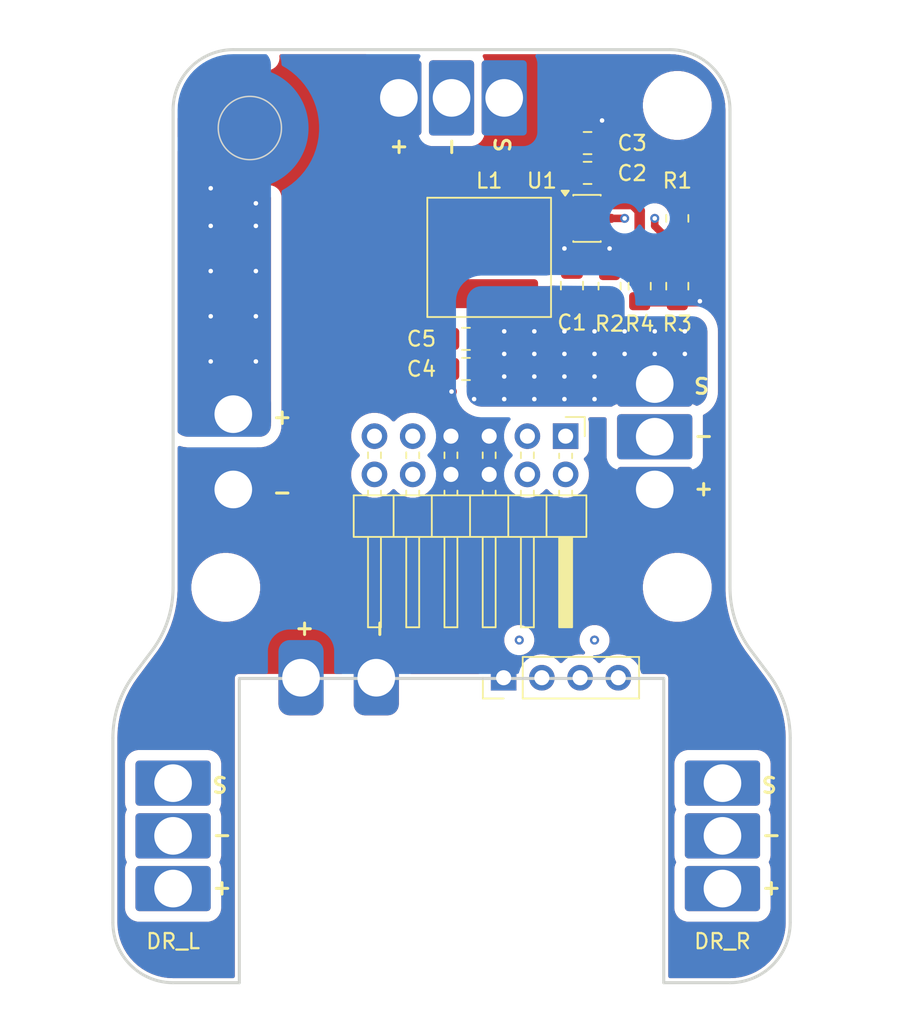
<source format=kicad_pcb>
(kicad_pcb (version 20241229) (generator "pcbnew") (generator_version "9.0")
  (layers (0 "F.Cu" signal) (4 "In1.Cu" signal) (6 "In2.Cu" signal) (2 "B.Cu" signal) (13 "F.Paste" user) (15 "B.Paste" user) (5 "F.SilkS" user "F.Silkscreen") (7 "B.SilkS" user "B.Silkscreen") (1 "F.Mask" user) (3 "B.Mask" user) (25 "Edge.Cuts" user))
  (net 0 "")
  (net 1 "Net-(U1-FB)")
  (net 2 "+6V")
  (net 3 "GND")
  (net 4 "+BATT_SW")
  (net 5 "/S2")
  (net 6 "+BATT")
  (net 7 "/S4")
  (net 8 "+5V")
  (net 9 "/S3")
  (net 10 "/S1")
  (net 11 "Net-(U1-SW)")
  (net 12 "Net-(U1-EN)")
  (footprint "Resistor_SMD:R_0805_2012Metric_Pad1.20x1.40mm_HandSolder" (layer "F.Cu") (at 158.5 63.5 -90)
    (property "Reference" "R3" (at 2.5 0 180) (layer "F.SilkS"))
    (property "Value" "12.1k" (hide yes))
    (fp_line (start -0.227064 0.735) (end 0.227064 0.735) (stroke (width 0.12)) (layer "F.SilkS"))
    (fp_line (start -0.227064 -0.735) (end 0.227064 -0.735) (stroke (width 0.12)) (layer "F.SilkS"))
    (pad "1" smd roundrect (at -1 0 270) (size 1.2 1.4) (layers "F.Cu" "F.Mask" "F.Paste") (roundrect_rratio 0.208333) (net 12 "Net-(U1-EN)"))
    (pad "2" smd roundrect (at 1 0 270) (size 1.2 1.4) (layers "F.Cu" "F.Mask" "F.Paste") (roundrect_rratio 0.208333) (net 3 "GND"))
  )
  (footprint "Connectors:MR30" (layer "F.Cu") (at 161.5 96.5)
    (property "Reference" "J9" (hide yes))
    (property "Value" "DR_R" (at 0 10.5 0) (layer "F.SilkS"))
    (fp_text user "S" (at 2.5 0.75 0) (layer "F.SilkS") (effects (font (thickness 0.2) (bold yes)) (justify left bottom)))
    (fp_text user "+" (at 2.5 7.5 0) (layer "F.SilkS") (effects (font (thickness 0.2) (bold yes)) (justify left bottom)))
    (fp_text user "-" (at 2.5 4 0) (layer "F.SilkS") (effects (font (thickness 0.2) (bold yes)) (justify left bottom)))
    (pad "1" thru_hole roundrect (at 0 0) (size 5 3) (drill 2.5) (layers "*.Cu" "*.Mask") (roundrect_rratio 0.08333333333))
    (pad "2" thru_hole roundrect (at 0 3.5) (size 5 3) (drill 2.5) (layers "*.Cu" "*.Mask") (roundrect_rratio 0.08333333333))
    (pad "3" thru_hole roundrect (at 0 7) (size 5 3) (drill 2.5) (layers "*.Cu" "*.Mask") (roundrect_rratio 0.08333333333))
  )
  (footprint "Connectors:MR30" (layer "F.Cu") (at 157 70)
    (property "Reference" "J7" (hide yes))
    (property "Value" "Servo")
    (fp_text user "-" (at 2.5 4 0) (layer "F.SilkS") (effects (font (thickness 0.2) (bold yes)) (justify left bottom)))
    (fp_text user "+" (at 2.5 7.5 0) (layer "F.SilkS") (effects (font (thickness 0.2) (bold yes)) (justify left bottom)))
    (fp_text user "S" (at 2.5 0.75 0) (layer "F.SilkS") (effects (font (thickness 0.2) (bold yes)) (justify left bottom)))
    (pad "1" thru_hole roundrect (at 0 0) (size 5 3) (drill 2.5) (layers "*.Cu" "*.Mask") (roundrect_rratio 0.08333333333) (net 2 "+6V"))
    (pad "2" thru_hole roundrect (at 0 3.5) (size 5 3) (drill 2.5) (layers "*.Cu" "*.Mask") (roundrect_rratio 0.08333333333) (net 10 "/S1"))
    (pad "3" thru_hole roundrect (at 0 7) (size 5 3) (drill 2.5) (layers "*.Cu" "*.Mask") (roundrect_rratio 0.08333333333) (net 3 "GND"))
  )
  (footprint "MountingHole:MountingHole_3.5mm" (layer "F.Cu") (at 158.5 83.5)
    (property "Reference" "H3" (hide yes))
    (property "Value" "MountingHole" (hide yes))
    (pad "" np_thru_hole circle (at 0 0) (size 3.5 3.5) (drill 3.5) (layers "*.Cu" "*.Mask"))
  )
  (footprint "MountingHole:MountingHole_3.5mm" (layer "F.Cu") (at 158.5 51.5)
    (property "Reference" "H1" (hide yes))
    (property "Value" "MountingHole" (hide yes))
    (pad "" np_thru_hole circle (at 0 0) (size 3.5 3.5) (drill 3.5) (layers "*.Cu" "*.Mask"))
  )
  (footprint "Capacitor_SMD:C_0805_2012Metric_Pad1.18x1.45mm_HandSolder" (layer "F.Cu") (at 152.5375 55.98)
    (property "Reference" "C2" (at 2.9625 0.02 0) (layer "F.SilkS"))
    (property "Value" "10uF" (hide yes))
    (fp_line (start -0.261252 -0.735) (end 0.261252 -0.735) (stroke (width 0.12)) (layer "F.SilkS"))
    (fp_line (start -0.261252 0.735) (end 0.261252 0.735) (stroke (width 0.12)) (layer "F.SilkS"))
    (pad "1" smd roundrect (at -1.0375 0) (size 1.175 1.45) (layers "F.Cu" "F.Mask" "F.Paste") (roundrect_rratio 0.212766) (net 4 "+BATT_SW"))
    (pad "2" smd roundrect (at 1.0375 0) (size 1.175 1.45) (layers "F.Cu" "F.Mask" "F.Paste") (roundrect_rratio 0.212766) (net 3 "GND"))
  )
  (footprint "Resistor_SMD:R_0805_2012Metric_Pad1.20x1.40mm_HandSolder" (layer "F.Cu") (at 158.5 59 -90)
    (property "Reference" "R1" (at -2.5 0 0) (layer "F.SilkS"))
    (property "Value" "100k" (hide yes))
    (fp_line (start -0.227064 0.735) (end 0.227064 0.735) (stroke (width 0.12)) (layer "F.SilkS"))
    (fp_line (start -0.227064 -0.735) (end 0.227064 -0.735) (stroke (width 0.12)) (layer "F.SilkS"))
    (pad "1" smd roundrect (at -1 0 270) (size 1.2 1.4) (layers "F.Cu" "F.Mask" "F.Paste") (roundrect_rratio 0.208333) (net 4 "+BATT_SW"))
    (pad "2" smd roundrect (at 1 0 270) (size 1.2 1.4) (layers "F.Cu" "F.Mask" "F.Paste") (roundrect_rratio 0.208333) (net 12 "Net-(U1-EN)"))
  )
  (footprint "Capacitor_SMD:C_0805_2012Metric_Pad1.18x1.45mm_HandSolder" (layer "F.Cu") (at 144.4625 67 180)
    (property "Reference" "C5" (at 2.9625 0 0) (layer "F.SilkS"))
    (property "Value" "100nF" (hide yes))
    (fp_line (start -0.261252 0.735) (end 0.261252 0.735) (stroke (width 0.12)) (layer "F.SilkS"))
    (fp_line (start -0.261252 -0.735) (end 0.261252 -0.735) (stroke (width 0.12)) (layer "F.SilkS"))
    (pad "1" smd roundrect (at -1.0375 0 180) (size 1.175 1.45) (layers "F.Cu" "F.Mask" "F.Paste") (roundrect_rratio 0.212766) (net 2 "+6V"))
    (pad "2" smd roundrect (at 1.0375 0 180) (size 1.175 1.45) (layers "F.Cu" "F.Mask" "F.Paste") (roundrect_rratio 0.212766) (net 3 "GND"))
  )
  (footprint "Package_TO_SOT_SMD:SOT-23-6" (layer "F.Cu") (at 152.5 59)
    (property "Reference" "U1" (at -3 -2.5 0) (layer "F.SilkS"))
    (property "Value" "~" (hide yes))
    (fp_line (start -0.91 -1.56) (end 0.91 -1.56) (stroke (width 0.12)) (layer "F.SilkS"))
    (fp_line (start -0.91 -1.51) (end -0.91 -1.56) (stroke (width 0.12)) (layer "F.SilkS"))
    (fp_line (start -0.91 1.56) (end -0.91 1.51) (stroke (width 0.12)) (layer "F.SilkS"))
    (fp_line (start 0.91 -1.56) (end 0.91 -1.51) (stroke (width 0.12)) (layer "F.SilkS"))
    (fp_line (start 0.91 1.51) (end 0.91 1.56) (stroke (width 0.12)) (layer "F.SilkS"))
    (fp_line (start 0.91 1.56) (end -0.91 1.56) (stroke (width 0.12)) (layer "F.SilkS"))
    (fp_poly (pts (xy -1.45 -1.51) (xy -1.69 -1.84) (xy -1.21 -1.84)) (stroke (width 0.12)) (fill yes) (layer "F.SilkS"))
    (pad "1" smd roundrect (at -1.1375 -0.95) (size 1.325 0.6) (layers "F.Cu" "F.Mask" "F.Paste") (net 4 "+BATT_SW"))
    (pad "2" smd roundrect (at -1.1375 0) (size 1.325 0.6) (layers "F.Cu" "F.Mask" "F.Paste") (net 11 "Net-(U1-SW)"))
    (pad "3" smd roundrect (at -1.1375 0.95) (size 1.325 0.6) (layers "F.Cu" "F.Mask" "F.Paste") (net 3 "GND"))
    (pad "4" smd roundrect (at 1.1375 0.95) (size 1.325 0.6) (layers "F.Cu" "F.Mask" "F.Paste") (net 3 "GND"))
    (pad "5" smd roundrect (at 1.1375 0) (size 1.325 0.6) (layers "F.Cu" "F.Mask" "F.Paste") (net 12 "Net-(U1-EN)"))
    (pad "6" smd roundrect (at 1.1375 -0.95) (size 1.325 0.6) (layers "F.Cu" "F.Mask" "F.Paste") (net 1 "Net-(U1-FB)"))
  )
  (footprint "Connector_PinHeader_2.54mm:PinHeader_2x06_P2.54mm_Horizontal" (layer "F.Cu") (at 151.08 73.46 -90)
    (property "Reference" "J5" (hide yes))
    (property "Value" "Recv")
    (fp_line (start 3.93 14.08) (end 6.69 14.08) (stroke (width 0.12)) (layer "F.SilkS"))
    (fp_line (start 6.69 14.08) (end 6.69 -1.38) (stroke (width 0.12)) (layer "F.SilkS"))
    (fp_line (start 1.077358 13.13) (end 1.462642 13.13) (stroke (width 0.12)) (layer "F.SilkS"))
    (fp_line (start 3.617358 13.13) (end 3.93 13.13) (stroke (width 0.12)) (layer "F.SilkS"))
    (fp_line (start 12.69 13.13) (end 6.69 13.13) (stroke (width 0.12)) (layer "F.SilkS"))
    (fp_line (start 1.077358 12.27) (end 1.462642 12.27) (stroke (width 0.12)) (layer "F.SilkS"))
    (fp_line (start 3.617358 12.27) (end 3.93 12.27) (stroke (width 0.12)) (layer "F.SilkS"))
    (fp_line (start 6.69 12.27) (end 12.69 12.27) (stroke (width 0.12)) (layer "F.SilkS"))
    (fp_line (start 12.69 12.27) (end 12.69 13.13) (stroke (width 0.12)) (layer "F.SilkS"))
    (fp_line (start 3.93 11.43) (end 6.69 11.43) (stroke (width 0.12)) (layer "F.SilkS"))
    (fp_line (start 1.077358 10.59) (end 1.462642 10.59) (stroke (width 0.12)) (layer "F.SilkS"))
    (fp_line (start 3.617358 10.59) (end 3.93 10.59) (stroke (width 0.12)) (layer "F.SilkS"))
    (fp_line (start 12.69 10.59) (end 6.69 10.59) (stroke (width 0.12)) (layer "F.SilkS"))
    (fp_line (start 1.077358 9.73) (end 1.462642 9.73) (stroke (width 0.12)) (layer "F.SilkS"))
    (fp_line (start 3.617358 9.73) (end 3.93 9.73) (stroke (width 0.12)) (layer "F.SilkS"))
    (fp_line (start 6.69 9.73) (end 12.69 9.73) (stroke (width 0.12)) (layer "F.SilkS"))
    (fp_line (start 12.69 9.73) (end 12.69 10.59) (stroke (width 0.12)) (layer "F.SilkS"))
    (fp_line (start 3.93 8.89) (end 6.69 8.89) (stroke (width 0.12)) (layer "F.SilkS"))
    (fp_line (start 1.077358 8.05) (end 1.462642 8.05) (stroke (width 0.12)) (layer "F.SilkS"))
    (fp_line (start 3.617358 8.05) (end 3.93 8.05) (stroke (width 0.12)) (layer "F.SilkS"))
    (fp_line (start 12.69 8.05) (end 6.69 8.05) (stroke (width 0.12)) (layer "F.SilkS"))
    (fp_line (start 1.077358 7.19) (end 1.462642 7.19) (stroke (width 0.12)) (layer "F.SilkS"))
    (fp_line (start 3.617358 7.19) (end 3.93 7.19) (stroke (width 0.12)) (layer "F.SilkS"))
    (fp_line (start 6.69 7.19) (end 12.69 7.19) (stroke (width 0.12)) (layer "F.SilkS"))
    (fp_line (start 12.69 7.19) (end 12.69 8.05) (stroke (width 0.12)) (layer "F.SilkS"))
    (fp_line (start 3.93 6.35) (end 6.69 6.35) (stroke (width 0.12)) (layer "F.SilkS"))
    (fp_line (start 1.077358 5.51) (end 1.462642 5.51) (stroke (width 0.12)) (layer "F.SilkS"))
    (fp_line (start 3.617358 5.51) (end 3.93 5.51) (stroke (width 0.12)) (layer "F.SilkS"))
    (fp_line (start 12.69 5.51) (end 6.69 5.51) (stroke (width 0.12)) (layer "F.SilkS"))
    (fp_line (start 1.077358 4.65) (end 1.462642 4.65) (stroke (width 0.12)) (layer "F.SilkS"))
    (fp_line (start 3.617358 4.65) (end 3.93 4.65) (stroke (width 0.12)) (layer "F.SilkS"))
    (fp_line (start 6.69 4.65) (end 12.69 4.65) (stroke (width 0.12)) (layer "F.SilkS"))
    (fp_line (start 12.69 4.65) (end 12.69 5.51) (stroke (width 0.12)) (layer "F.SilkS"))
    (fp_line (start 3.93 3.81) (end 6.69 3.81) (stroke (width 0.12)) (layer "F.SilkS"))
    (fp_line (start 1.077358 2.97) (end 1.462642 2.97) (stroke (width 0.12)) (layer "F.SilkS"))
    (fp_line (start 3.617358 2.97) (end 3.93 2.97) (stroke (width 0.12)) (layer "F.SilkS"))
    (fp_line (start 12.69 2.97) (end 6.69 2.97) (stroke (width 0.12)) (layer "F.SilkS"))
    (fp_line (start 1.077358 2.11) (end 1.462642 2.11) (stroke (width 0.12)) (layer "F.SilkS"))
    (fp_line (start 3.617358 2.11) (end 3.93 2.11) (stroke (width 0.12)) (layer "F.SilkS"))
    (fp_line (start 6.69 2.11) (end 12.69 2.11) (stroke (width 0.12)) (layer "F.SilkS"))
    (fp_line (start 12.69 2.11) (end 12.69 2.97) (stroke (width 0.12)) (layer "F.SilkS"))
    (fp_line (start 3.93 1.27) (end 6.69 1.27) (stroke (width 0.12)) (layer "F.SilkS"))
    (fp_line (start 1.16 0.43) (end 1.462642 0.43) (stroke (width 0.12)) (layer "F.SilkS"))
    (fp_line (start 3.617358 0.43) (end 3.93 0.43) (stroke (width 0.12)) (layer "F.SilkS"))
    (fp_line (start -1.27 0) (end -1.27 -1.27) (stroke (width 0.12)) (layer "F.SilkS"))
    (fp_line (start 1.16 -0.43) (end 1.462642 -0.43) (stroke (width 0.12)) (layer "F.SilkS"))
    (fp_line (start 3.617358 -0.43) (end 3.93 -0.43) (stroke (width 0.12)) (layer "F.SilkS"))
    (fp_line (start -1.27 -1.27) (end 0 -1.27) (stroke (width 0.12)) (layer "F.SilkS"))
    (fp_line (start 3.93 -1.38) (end 3.93 14.08) (stroke (width 0.12)) (layer "F.SilkS"))
    (fp_line (start 6.69 -1.38) (end 3.93 -1.38) (stroke (width 0.12)) (layer "F.SilkS"))
    (fp_rect (start 6.69 -0.43) (end 12.69 0.43) (stroke (width 0.12)) (fill yes) (layer "F.SilkS"))
    (pad "1" thru_hole rect (at 0 0 270) (size 1.7 1.7) (drill 1) (layers "*.Cu" "*.Mask") (net 10 "/S1"))
    (pad "2" thru_hole circle (at 0 2.54 270) (size 1.7 1.7) (drill 1) (layers "*.Cu" "*.Mask") (net 8 "+5V"))
    (pad "3" thru_hole circle (at 0 5.08 270) (size 1.7 1.7) (drill 1) (layers "*.Cu" "*.Mask") (net 3 "GND"))
    (pad "4" thru_hole circle (at 0 7.62 270) (size 1.7 1.7) (drill 1) (layers "*.Cu" "*.Mask") (net 3 "GND"))
    (pad "5" thru_hole circle (at 0 10.16 270) (size 1.7 1.7) (drill 1) (layers "*.Cu" "*.Mask") (net 8 "+5V"))
    (pad "6" thru_hole circle (at 0 12.7 270) (size 1.7 1.7) (drill 1) (layers "*.Cu" "*.Mask") (net 5 "/S2"))
    (pad "7" thru_hole circle (at 2.54 0 270) (size 1.7 1.7) (drill 1) (layers "*.Cu" "*.Mask") (net 9 "/S3"))
    (pad "8" thru_hole circle (at 2.54 2.54 270) (size 1.7 1.7) (drill 1) (layers "*.Cu" "*.Mask") (net 8 "+5V"))
    (pad "9" thru_hole circle (at 2.54 5.08 270) (size 1.7 1.7) (drill 1) (layers "*.Cu" "*.Mask") (net 3 "GND"))
    (pad "10" thru_hole circle (at 2.54 7.62 270) (size 1.7 1.7) (drill 1) (layers "*.Cu" "*.Mask") (net 3 "GND"))
    (pad "11" thru_hole circle (at 2.54 10.16 270) (size 1.7 1.7) (drill 1) (layers "*.Cu" "*.Mask") (net 8 "+5V"))
    (pad "12" thru_hole circle (at 2.54 12.7 270) (size 1.7 1.7) (drill 1) (layers "*.Cu" "*.Mask") (net 7 "/S4"))
  )
  (footprint "Connectors:MR30" (layer "F.Cu") (at 125 96.5)
    (property "Reference" "J8" (hide yes))
    (property "Value" "DR_L" (at 0 10.5 0) (layer "F.SilkS"))
    (fp_text user "+" (at 2.5 7.5 0) (layer "F.SilkS") (effects (font (thickness 0.2) (bold yes)) (justify left bottom)))
    (fp_text user "S" (at 2.5 0.75 0) (layer "F.SilkS") (effects (font (thickness 0.2) (bold yes)) (justify left bottom)))
    (fp_text user "-" (at 2.5 4 0) (layer "F.SilkS") (effects (font (thickness 0.2) (bold yes)) (justify left bottom)))
    (pad "1" thru_hole roundrect (at 0 0) (size 5 3) (drill 2.5) (layers "*.Cu" "*.Mask") (roundrect_rratio 0.08333333333))
    (pad "2" thru_hole roundrect (at 0 3.5) (size 5 3) (drill 2.5) (layers "*.Cu" "*.Mask") (roundrect_rratio 0.08333333333))
    (pad "3" thru_hole roundrect (at 0 7) (size 5 3) (drill 2.5) (layers "*.Cu" "*.Mask") (roundrect_rratio 0.08333333333))
  )
  (footprint "Capacitor_SMD:C_0805_2012Metric_Pad1.18x1.45mm_HandSolder" (layer "F.Cu") (at 151.5 63.4625 90)
    (property "Reference" "C1" (at -2.4625 0 0) (layer "F.SilkS"))
    (property "Value" "33pF" (hide yes))
    (fp_line (start -0.261252 -0.735) (end 0.261252 -0.735) (stroke (width 0.12)) (layer "F.SilkS"))
    (fp_line (start -0.261252 0.735) (end 0.261252 0.735) (stroke (width 0.12)) (layer "F.SilkS"))
    (pad "1" smd roundrect (at -1.0375 0 90) (size 1.175 1.45) (layers "F.Cu" "F.Mask" "F.Paste") (roundrect_rratio 0.212766) (net 2 "+6V"))
    (pad "2" smd roundrect (at 1.0375 0 90) (size 1.175 1.45) (layers "F.Cu" "F.Mask" "F.Paste") (roundrect_rratio 0.212766) (net 1 "Net-(U1-FB)"))
  )
  (footprint "Connectors:XT30" (layer "F.Cu") (at 133.5 89.5 90)
    (property "Reference" "J6" (hide yes))
    (property "Value" "Drive_pwr")
    (fp_text user "-" (at 2.5 5.75 90) (layer "F.SilkS") (effects (font (thickness 0.2) (bold yes)) (justify left bottom)))
    (fp_text user "+" (at 2.5 0.75 90) (layer "F.SilkS") (effects (font (thickness 0.2) (bold yes)) (justify left bottom)))
    (pad "1" thru_hole roundrect (at 0 0 90) (size 5 3) (drill 2.5) (layers "*.Cu" "*.Mask") (net 4 "+BATT_SW"))
    (pad "2" thru_hole roundrect (at 0 5 90) (size 5 3) (drill 2.5) (layers "*.Cu" "*.Mask") (net 3 "GND"))
  )
  (footprint "Connectors:XT30" (layer "F.Cu") (at 129 72)
    (property "Reference" "J2" (hide yes))
    (property "Value" "Batt")
    (fp_text user "+" (at 2.5 0.75 0) (layer "F.SilkS") (effects (font (thickness 0.2) (bold yes)) (justify left bottom)))
    (fp_text user "-" (at 2.5 5.75 0) (layer "F.SilkS") (effects (font (thickness 0.2) (bold yes)) (justify left bottom)))
    (pad "1" thru_hole roundrect (at 0 0) (size 5 3) (drill 2.5) (layers "*.Cu" "*.Mask") (net 6 "+BATT"))
    (pad "2" thru_hole roundrect (at 0 5) (size 5 3) (drill 2.5) (layers "*.Cu" "*.Mask") (net 3 "GND"))
  )
  (footprint "Capacitor_SMD:C_0805_2012Metric_Pad1.18x1.45mm_HandSolder" (layer "F.Cu") (at 152.5375 54)
    (property "Reference" "C3" (at 2.9625 0 0) (layer "F.SilkS"))
    (property "Value" "100nF" (hide yes))
    (fp_line (start -0.261252 -0.735) (end 0.261252 -0.735) (stroke (width 0.12)) (layer "F.SilkS"))
    (fp_line (start -0.261252 0.735) (end 0.261252 0.735) (stroke (width 0.12)) (layer "F.SilkS"))
    (pad "1" smd roundrect (at -1.0375 0) (size 1.175 1.45) (layers "F.Cu" "F.Mask" "F.Paste") (roundrect_rratio 0.212766) (net 4 "+BATT_SW"))
    (pad "2" smd roundrect (at 1.0375 0) (size 1.175 1.45) (layers "F.Cu" "F.Mask" "F.Paste") (roundrect_rratio 0.212766) (net 3 "GND"))
  )
  (footprint "MountingHole:MountingHole_3.5mm" (layer "F.Cu") (at 128.5 83.5)
    (property "Reference" "H4" (hide yes))
    (property "Value" "MountingHole" (hide yes))
    (pad "" np_thru_hole circle (at 0 0) (size 3.5 3.5) (drill 3.5) (layers "*.Cu" "*.Mask"))
  )
  (footprint "Capacitor_SMD:C_0805_2012Metric_Pad1.18x1.45mm_HandSolder" (layer "F.Cu") (at 144.4625 69 180)
    (property "Reference" "C4" (at 2.9625 0 0) (layer "F.SilkS"))
    (property "Value" "47uF" (hide yes))
    (fp_line (start -0.261252 0.735) (end 0.261252 0.735) (stroke (width 0.12)) (layer "F.SilkS"))
    (fp_line (start -0.261252 -0.735) (end 0.261252 -0.735) (stroke (width 0.12)) (layer "F.SilkS"))
    (pad "1" smd roundrect (at -1.0375 0 180) (size 1.175 1.45) (layers "F.Cu" "F.Mask" "F.Paste") (roundrect_rratio 0.212766) (net 2 "+6V"))
    (pad "2" smd roundrect (at 1.0375 0 180) (size 1.175 1.45) (layers "F.Cu" "F.Mask" "F.Paste") (roundrect_rratio 0.212766) (net 3 "GND"))
  )
  (footprint "Inductor_SMD:L_Coilcraft_XAL7070-XXX" (layer "F.Cu") (at 146 61.59 -90)
    (property "Reference" "L1" (at -5.09 0 180) (layer "F.SilkS"))
    (property "Value" "3.3uH" (hide yes))
    (fp_line (start -3.96 4.11) (end -3.96 -4.11) (stroke (width 0.12)) (layer "F.SilkS"))
    (fp_line (start 3.96 4.11) (end -3.96 4.11) (stroke (width 0.12)) (layer "F.SilkS"))
    (fp_line (start -3.96 -4.11) (end 3.96 -4.11) (stroke (width 0.12)) (layer "F.SilkS"))
    (fp_line (start 3.96 -4.11) (end 3.96 4.11) (stroke (width 0.12)) (layer "F.SilkS"))
    (pad "1" smd roundrect (at -2.41 0 270) (size 1.92 6.5) (layers "F.Cu" "F.Mask" "F.Paste") (roundrect_rratio 0.130208) (net 11 "Net-(U1-SW)"))
    (pad "2" smd roundrect (at 2.41 0 270) (size 1.92 6.5) (layers "F.Cu" "F.Mask" "F.Paste") (roundrect_rratio 0.130208) (net 2 "+6V"))
  )
  (footprint "Connector_PinHeader_2.54mm:PinHeader_1x04_P2.54mm_Vertical" (layer "F.Cu") (at 146.96 89.5 90)
    (property "Reference" "J4" (hide yes))
    (property "Value" "Drive_Sig/5v")
    (fp_line (start -1.38 -1.38) (end 0 -1.38) (stroke (width 0.12)) (layer "F.SilkS"))
    (fp_line (start -1.38 0) (end -1.38 -1.38) (stroke (width 0.12)) (layer "F.SilkS"))
    (fp_line (start 1.38 1.27) (end 1.38 9) (stroke (width 0.12)) (layer "F.SilkS"))
    (fp_line (start -1.38 1.27) (end 1.38 1.27) (stroke (width 0.12)) (layer "F.SilkS"))
    (fp_line (start -1.38 1.27) (end -1.38 9) (stroke (width 0.12)) (layer "F.SilkS"))
    (fp_line (start -1.38 9) (end 1.38 9) (stroke (width 0.12)) (layer "F.SilkS"))
    (pad "1" thru_hole rect (at 0 0 90) (size 1.7 1.7) (drill 1) (layers "*.Cu" "*.Mask") (net 3 "GND"))
    (pad "2" thru_hole circle (at 0 2.54 90) (size 1.7 1.7) (drill 1) (layers "*.Cu" "*.Mask") (net 8 "+5V"))
    (pad "3" thru_hole circle (at 0 5.08 90) (size 1.7 1.7) (drill 1) (layers "*.Cu" "*.Mask") (net 9 "/S3"))
    (pad "4" thru_hole circle (at 0 7.62 90) (size 1.7 1.7) (drill 1) (layers "*.Cu" "*.Mask") (net 7 "/S4"))
  )
  (footprint "Project:SMD_SW" (layer "F.Cu") (at 130 53)
    (property "Reference" "J3" (hide yes))
    (property "Value" "SW")
    (fp_circle (center 0.1 0) (end 2.2 0) (stroke (width 0.1)) (fill no) (layer "Edge.Cuts"))
    (pad "1" smd circle (at 0 0) (size 8 8) (layers "B.Cu" "B.Mask" "B.Paste") (net 6 "+BATT"))
    (pad "2" smd circle (at 0 0) (size 8 8) (layers "F.Cu" "F.Mask" "F.Paste") (net 4 "+BATT_SW"))
  )
  (footprint "Resistor_SMD:R_0805_2012Metric_Pad1.20x1.40mm_HandSolder" (layer "F.Cu") (at 154 63.5 90)
    (property "Reference" "R2" (at -2.5 0 0) (layer "F.SilkS"))
    (property "Value" "270k" (hide yes))
    (fp_line (start -0.227064 -0.735) (end 0.227064 -0.735) (stroke (width 0.12)) (layer "F.SilkS"))
    (fp_line (start -0.227064 0.735) (end 0.227064 0.735) (stroke (width 0.12)) (layer "F.SilkS"))
    (pad "1" smd roundrect (at -1 0 90) (size 1.2 1.4) (layers "F.Cu" "F.Mask" "F.Paste") (roundrect_rratio 0.208333) (net 2 "+6V"))
    (pad "2" smd roundrect (at 1 0 90) (size 1.2 1.4) (layers "F.Cu" "F.Mask" "F.Paste") (roundrect_rratio 0.208333) (net 1 "Net-(U1-FB)"))
  )
  (footprint "Resistor_SMD:R_0805_2012Metric_Pad1.20x1.40mm_HandSolder" (layer "F.Cu") (at 156 63.5 -90)
    (property "Reference" "R4" (at 2.5 0 180) (layer "F.SilkS"))
    (property "Value" "30k" (hide yes))
    (fp_line (start -0.227064 0.735) (end 0.227064 0.735) (stroke (width 0.12)) (layer "F.SilkS"))
    (fp_line (start -0.227064 -0.735) (end 0.227064 -0.735) (stroke (width 0.12)) (layer "F.SilkS"))
    (pad "1" smd roundrect (at -1 0 270) (size 1.2 1.4) (layers "F.Cu" "F.Mask" "F.Paste") (roundrect_rratio 0.208333) (net 1 "Net-(U1-FB)"))
    (pad "2" smd roundrect (at 1 0 270) (size 1.2 1.4) (layers "F.Cu" "F.Mask" "F.Paste") (roundrect_rratio 0.208333) (net 3 "GND"))
  )
  (footprint "Connectors:MR30" (layer "F.Cu") (at 147 51 -90)
    (property "Reference" "J1" (hide yes))
    (property "Value" "Wepon")
    (fp_text user "+" (at 2.5 7.5 270) (layer "F.SilkS") (effects (font (thickness 0.2) (bold yes)) (justify left bottom)))
    (fp_text user "S" (at 2.5 0.75 270) (layer "F.SilkS") (effects (font (thickness 0.2) (bold yes)) (justify left bottom)))
    (fp_text user "-" (at 2.5 4 270) (layer "F.SilkS") (effects (font (thickness 0.2) (bold yes)) (justify left bottom)))
    (pad "1" thru_hole roundrect (at 0 0 270) (size 5 3) (drill 2.5) (layers "*.Cu" "*.Mask") (roundrect_rratio 0.08333333333) (net 4 "+BATT_SW"))
    (pad "2" thru_hole roundrect (at 0 3.5 270) (size 5 3) (drill 2.5) (layers "*.Cu" "*.Mask") (roundrect_rratio 0.08333333333) (net 5 "/S2"))
    (pad "3" thru_hole roundrect (at 0 7 270) (size 5 3) (drill 2.5) (layers "*.Cu" "*.Mask") (roundrect_rratio 0.08333333333) (net 3 "GND"))
  )
  (gr_arc (start 163.400002 87.700001) (mid 162.359219 85.713595) (end 162.000002 83.500001) (stroke (width 0.2)) (layer "Edge.Cuts"))
  (gr_arc (start 166.000002 105.750001) (mid 164.828429 108.578428) (end 162.000002 109.750001) (stroke (width 0.2)) (layer "Edge.Cuts"))
  (gr_arc (start 125.000002 109.750001) (mid 122.171575 108.578428) (end 121.000002 105.750002) (stroke (width 0.2)) (layer "Edge.Cuts"))
  (gr_line (start 166.000002 93.500001) (end 166.000002 105.750001) (stroke (width 0.2)) (layer "Edge.Cuts"))
  (gr_arc (start 158.000002 47.797439) (mid 160.828431 48.969012) (end 162.000004 51.797441) (stroke (width 0.2)) (layer "Edge.Cuts"))
  (gr_arc (start 121.000002 93.500002) (mid 121.359219 91.286407) (end 122.400003 89.3) (stroke (width 0.2)) (layer "Edge.Cuts"))
  (gr_line (start 129.400002 89.550001) (end 129.400002 109.750001) (stroke (width 0.2)) (layer "Edge.Cuts"))
  (gr_arc (start 125.000002 83.5) (mid 124.640785 85.713595) (end 123.600001 87.700002) (stroke (width 0.2)) (layer "Edge.Cuts"))
  (gr_arc (start 125.000002 51.797439) (mid 126.171575 48.969012) (end 129.000001 47.797439) (stroke (width 0.2)) (layer "Edge.Cuts"))
  (gr_line (start 163.400002 87.700001) (end 164.600002 89.300001) (stroke (width 0.2)) (layer "Edge.Cuts"))
  (gr_line (start 157.600002 89.550001) (end 157.600002 109.750001) (stroke (width 0.2)) (layer "Edge.Cuts"))
  (gr_line (start 123.600001 87.700002) (end 122.400003 89.3) (stroke (width 0.2)) (layer "Edge.Cuts"))
  (gr_line (start 125.000002 109.750001) (end 129.400002 109.750001) (stroke (width 0.2)) (layer "Edge.Cuts"))
  (gr_line (start 158.000002 47.797439) (end 129.000001 47.797439) (stroke (width 0.2)) (layer "Edge.Cuts"))
  (gr_line (start 162.000002 109.750001) (end 157.600002 109.750001) (stroke (width 0.2)) (layer "Edge.Cuts"))
  (gr_line (start 121.000002 93.500002) (end 121.000002 105.750002) (stroke (width 0.2)) (layer "Edge.Cuts"))
  (gr_line (start 162.000002 51.797441) (end 162.000002 83.500001) (stroke (width 0.2)) (layer "Edge.Cuts"))
  (gr_line (start 129.400002 89.550001) (end 157.600002 89.550001) (stroke (width 0.2)) (layer "Edge.Cuts"))
  (gr_line (start 162.000004 51.797441) (end 162.000002 51.797441) (stroke (width 0.2)) (layer "Edge.Cuts"))
  (gr_line (start 125.000002 51.797439) (end 125.000002 83.5) (stroke (width 0.2)) (layer "Edge.Cuts"))
  (gr_arc (start 164.600002 89.300001) (mid 165.640785 91.286407) (end 166.000002 93.500001) (stroke (width 0.2)) (layer "Edge.Cuts"))
  (segment (start 156 62) (end 156 58.5) (width 0.7) (layer "F.Cu") (net 1))
  (segment (start 155.925 62.425) (end 156 62.5) (width 0.7) (layer "F.Cu") (net 1))
  (segment (start 156 58.5) (end 155.55 58.05) (width 0.7) (layer "F.Cu") (net 1))
  (segment (start 151.5 62.425) (end 155.925 62.425) (width 0.7) (layer "F.Cu") (net 1))
  (segment (start 155.55 58.05) (end 153.6375 58.05) (width 0.7) (layer "F.Cu") (net 1))
  (via (at 151 69.5) (size 0.6) (drill 0.3) (layers "F.Cu" "B.Cu") (net 2))
  (via (at 153 71) (size 0.6) (drill 0.3) (layers "F.Cu" "B.Cu") (net 2))
  (via (at 155 66.5) (size 0.6) (drill 0.3) (layers "F.Cu" "B.Cu") (net 2))
  (via (at 151 66.5) (size 0.6) (drill 0.3) (layers "F.Cu" "B.Cu") (net 2))
  (via (at 153 69.5) (size 0.6) (drill 0.3) (layers "F.Cu" "B.Cu") (net 2))
  (via (at 155 68) (size 0.6) (drill 0.3) (layers "F.Cu" "B.Cu") (net 2))
  (via (at 159 66.5) (size 0.6) (drill 0.3) (layers "F.Cu" "B.Cu") (net 2))
  (via (at 147 69.5) (size 0.6) (drill 0.3) (layers "F.Cu" "B.Cu") (net 2))
  (via (at 153 66.5) (size 0.6) (drill 0.3) (layers "F.Cu" "B.Cu") (net 2))
  (via (at 145 71) (size 0.6) (drill 0.3) (layers "F.Cu" "B.Cu") (net 2))
  (via (at 151 71) (size 0.6) (drill 0.3) (layers "F.Cu" "B.Cu") (net 2))
  (via (at 157 68) (size 0.6) (drill 0.3) (layers "F.Cu" "B.Cu") (net 2))
  (via (at 147 66.5) (size 0.6) (drill 0.3) (layers "F.Cu" "B.Cu") (net 2))
  (via (at 159 68) (size 0.6) (drill 0.3) (layers "F.Cu" "B.Cu") (net 2))
  (via (at 157 66.5) (size 0.6) (drill 0.3) (layers "F.Cu" "B.Cu") (net 2))
  (via (at 149 71) (size 0.6) (drill 0.3) (layers "F.Cu" "B.Cu") (net 2))
  (via (at 149 68) (size 0.6) (drill 0.3) (layers "F.Cu" "B.Cu") (net 2))
  (via (at 153 68) (size 0.6) (drill 0.3) (layers "F.Cu" "B.Cu") (net 2))
  (via (at 149 69.5) (size 0.6) (drill 0.3) (layers "F.Cu" "B.Cu") (net 2))
  (via (at 149 66.5) (size 0.6) (drill 0.3) (layers "F.Cu" "B.Cu") (net 2))
  (via (at 151 68) (size 0.6) (drill 0.3) (layers "F.Cu" "B.Cu") (net 2))
  (via (at 147 71) (size 0.6) (drill 0.3) (layers "F.Cu" "B.Cu") (net 2))
  (via (at 147 68) (size 0.6) (drill 0.3) (layers "F.Cu" "B.Cu") (net 2))
  (segment (start 158.5 64.5) (end 160 64.5) (width 0.7) (layer "F.Cu") (net 3))
  (segment (start 153.6375 59.95) (end 153.6375 60.6375) (width 0.7) (layer "F.Cu") (net 3))
  (segment (start 151.3625 59.95) (end 151.3625 60.6375) (width 0.7) (layer "F.Cu") (net 3))
  (segment (start 151.3625 60.6375) (end 151 61) (width 0.7) (layer "F.Cu") (net 3))
  (segment (start 156 64.5) (end 158.5 64.5) (width 0.7) (layer "F.Cu") (net 3))
  (segment (start 153.575 55.98) (end 153.575 52.575) (width 0.7) (layer "F.Cu") (net 3))
  (segment (start 143.425 70.425) (end 143.5 70.5) (width 0.7) (layer "F.Cu") (net 3))
  (segment (start 153.575 52.575) (end 153.5 52.5) (width 0.7) (layer "F.Cu") (net 3))
  (segment (start 153.6375 60.6375) (end 154 61) (width 0.7) (layer "F.Cu") (net 3))
  (segment (start 143.425 67) (end 143.425 70.425) (width 0.7) (layer "F.Cu") (net 3))
  (via (at 153.5 52.5) (size 0.6) (drill 0.3) (layers "F.Cu" "B.Cu") (net 3))
  (via (at 160 64.5) (size 0.6) (drill 0.3) (layers "F.Cu" "B.Cu") (net 3))
  (via (at 151 61) (size 0.6) (drill 0.3) (layers "F.Cu" "B.Cu") (net 3))
  (via (at 154 61) (size 0.6) (drill 0.3) (layers "F.Cu" "B.Cu") (net 3))
  (via (at 143.5 70.5) (size 0.6) (drill 0.3) (layers "F.Cu" "B.Cu") (net 3))
  (via (at 127.5 59.5) (size 0.6) (drill 0.3) (layers "F.Cu" "B.Cu") (net 6))
  (via (at 127.5 68.5) (size 0.6) (drill 0.3) (layers "F.Cu" "B.Cu") (net 6))
  (via (at 130.5 65.5) (size 0.6) (drill 0.3) (layers "F.Cu" "B.Cu") (net 6))
  (via (at 130.5 62.5) (size 0.6) (drill 0.3) (layers "F.Cu" "B.Cu") (net 6))
  (via (at 130.5 59.5) (size 0.6) (drill 0.3) (layers "F.Cu" "B.Cu") (net 6))
  (via (at 127.5 65.5) (size 0.6) (drill 0.3) (layers "F.Cu" "B.Cu") (net 6))
  (via (at 127.5 57) (size 0.6) (drill 0.3) (layers "F.Cu" "B.Cu") (net 6))
  (via (at 130.5 58) (size 0.6) (drill 0.3) (layers "F.Cu" "B.Cu") (net 6))
  (via (at 130.5 68.5) (size 0.6) (drill 0.3) (layers "F.Cu" "B.Cu") (net 6))
  (via (at 127.5 62.5) (size 0.6) (drill 0.3) (layers "F.Cu" "B.Cu") (net 6))
  (via (at 148 87) (size 0.6) (drill 0.3) (layers "F.Cu" "B.Cu") (net 7))
  (via (at 153 87) (size 0.6) (drill 0.3) (layers "F.Cu" "B.Cu") (net 7))
  (segment (start 146.18 59) (end 146 59.18) (width 0.7) (layer "F.Cu") (net 11))
  (segment (start 151.3625 59) (end 146.18 59) (width 0.7) (layer "F.Cu") (net 11))
  (segment (start 157.5 60) (end 158.5 60) (width 0.5) (layer "F.Cu") (net 12))
  (segment (start 157 59) (end 157 59.5) (width 0.5) (layer "F.Cu") (net 12))
  (segment (start 155 59) (end 153.6375 59) (width 0.5) (layer "F.Cu") (net 12))
  (segment (start 157 59.5) (end 157.5 60) (width 0.5) (layer "F.Cu") (net 12))
  (via (at 157 59) (size 0.6) (drill 0.3) (layers "F.Cu" "B.Cu") (net 12))
  (via (at 155 59) (size 0.6) (drill 0.3) (layers "F.Cu" "B.Cu") (net 12))
  (zone (net 4) (net_name "+BATT_SW") (layer "F.Cu") (connect_pads yes (clearance 0.7)) (min_thickness 0.25) (fill yes (thermal_gap 0.5) (thermal_bridge_width 0.5) (smoothing fillet) (radius 1))
    (polygon (pts (xy 113.5 44.5) (xy 173.5 44.5) (xy 173.5 112.5) (xy 113.5 112.5)))
  )
  (zone (net 6) (net_name "+BATT") (layers "F.Cu" "B.Cu" "In1.Cu" "In2.Cu") (priority 2) (connect_pads yes (clearance 0.7)) (min_thickness 0.25) (fill yes (thermal_gap 0.5) (thermal_bridge_width 0.5) (smoothing fillet) (radius 1))
    (polygon (pts (xy 125 73.5) (xy 125 47.5) (xy 131.5 47.5) (xy 131.5 73.5)))
  )
  (zone (net 2) (net_name "+6V") (layers "F.Cu" "B.Cu" "In1.Cu" "In2.Cu") (priority 1) (connect_pads yes (clearance 0.7)) (min_thickness 0.25) (fill yes (thermal_gap 0.5) (thermal_bridge_width 0.5) (smoothing fillet) (radius 1))
    (polygon (pts (xy 144.5 63.5) (xy 144.5 71.5) (xy 152 71.5) (xy 152 71.5) (xy 160.5 71.5) (xy 160.5 65.5) (xy 155 65.5) (xy 155 63.5) (xy 150 63.4625) (xy 150 63.5)))
  )
  (zone (net 3) (net_name "GND") (layer "B.Cu") (priority 1) (connect_pads yes (clearance 0.7)) (min_thickness 0.25) (fill yes (thermal_gap 0.5) (thermal_bridge_width 0.5) (smoothing fillet) (radius 1))
    (polygon (pts (xy 113.5 44.5) (xy 173.5 44.5) (xy 173.5 112.5) (xy 113.5 112.5)))
  )
)
</source>
